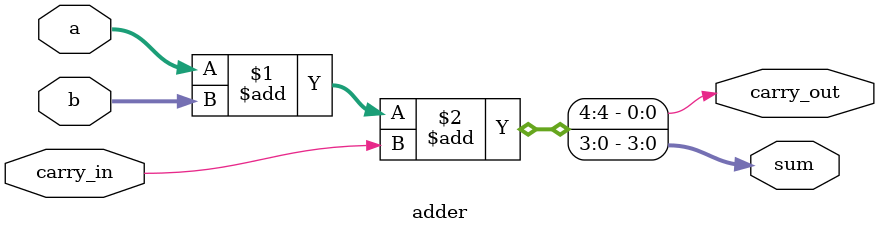
<source format=sv>
/***********************************************************************  
Filename:        Adder.sv
  
Author Name:    Asokan R

Support e-mail: For any queries, reach out to us on "asokanx.dv@gmail.com" 	

************************************************************************/
module adder(a,b,carry_in,sum,carry_out);
input [3:0]a,b;
input carry_in;
output [3:0]sum;
output carry_out;

assign {carry_out,sum}=a+b+carry_in;   

//Waveform Gen
initial begin
$dumpfile("wave.vcd");
$dumpvars();
end 

endmodule

</source>
